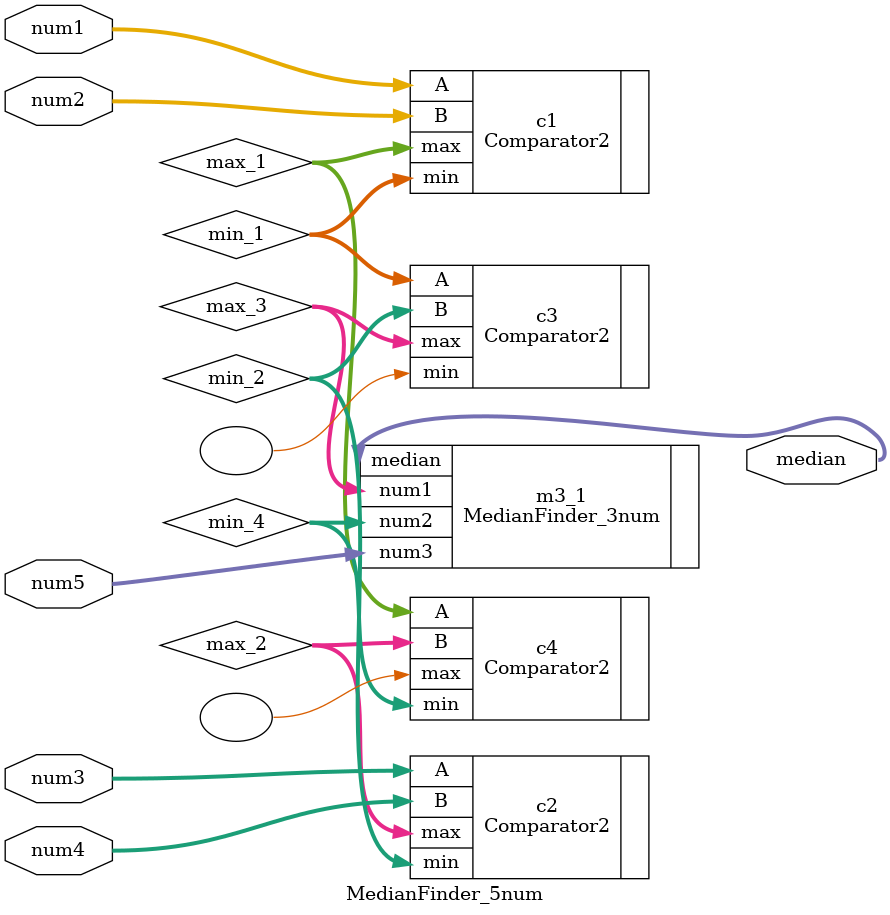
<source format=v>
`include "Comparator2.v"

module MedianFinder_5num(
    input  [3:0]     num1  , 
    input  [3:0]     num2  , 
    input  [3:0]     num3  , 
    input  [3:0]     num4  , 
    input  [3:0]     num5  ,  
    output [3:0]     median  
);

///////////////////////////////
//    Write Your Design Here ~ //
    wire [3:0] min_1, max_1;
    wire [3:0] min_2, max_2;
    wire [3:0] max_3;
    wire [3:0] min_4;
    Comparator2 c1(.A(num1), .B(num2), .min(min_1), .max(max_1));
    Comparator2 c2(.A(num3), .B(num4), .min(min_2), .max(max_2));
    Comparator2 c3(.A(min_1), .B(min_2), .min(), .max(max_3));
    Comparator2 c4(.A(max_1), .B(max_2), .min(min_4), .max());
    MedianFinder_3num m3_1(.num1(max_3), .num2(min_4), .num3(num5), .median(median));
///////////////////////////////

endmodule

</source>
